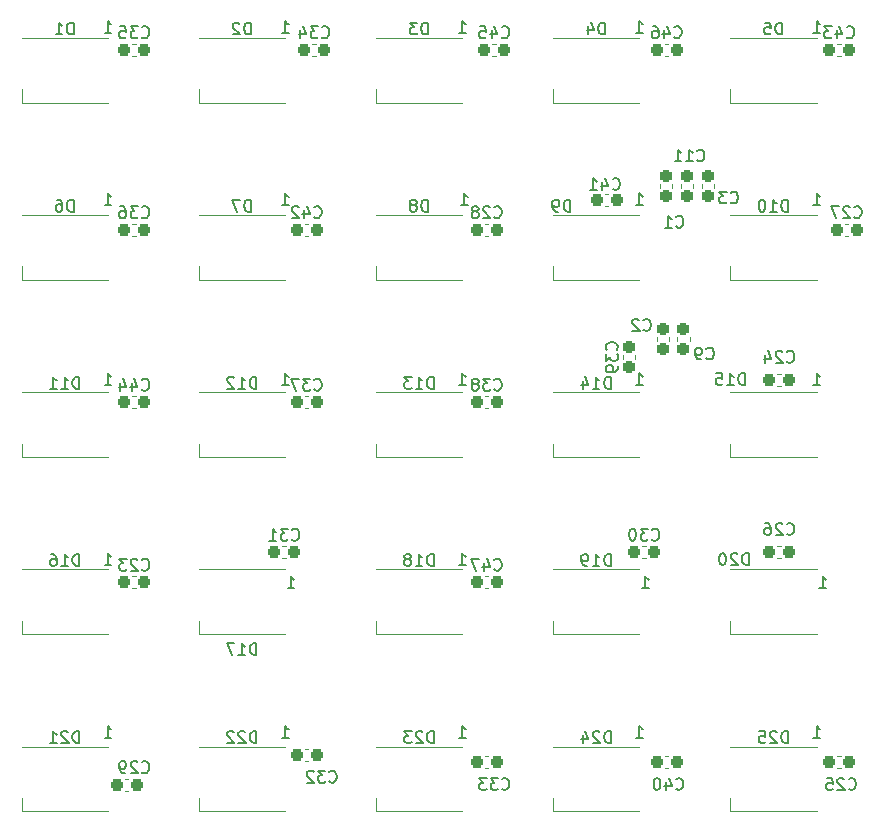
<source format=gbo>
G04 #@! TF.GenerationSoftware,KiCad,Pcbnew,(6.0.5)*
G04 #@! TF.CreationDate,2023-09-12T21:56:23-04:00*
G04 #@! TF.ProjectId,control_board,636f6e74-726f-46c5-9f62-6f6172642e6b,rev?*
G04 #@! TF.SameCoordinates,Original*
G04 #@! TF.FileFunction,Legend,Bot*
G04 #@! TF.FilePolarity,Positive*
%FSLAX46Y46*%
G04 Gerber Fmt 4.6, Leading zero omitted, Abs format (unit mm)*
G04 Created by KiCad (PCBNEW (6.0.5)) date 2023-09-12 21:56:23*
%MOMM*%
%LPD*%
G01*
G04 APERTURE LIST*
G04 Aperture macros list*
%AMRoundRect*
0 Rectangle with rounded corners*
0 $1 Rounding radius*
0 $2 $3 $4 $5 $6 $7 $8 $9 X,Y pos of 4 corners*
0 Add a 4 corners polygon primitive as box body*
4,1,4,$2,$3,$4,$5,$6,$7,$8,$9,$2,$3,0*
0 Add four circle primitives for the rounded corners*
1,1,$1+$1,$2,$3*
1,1,$1+$1,$4,$5*
1,1,$1+$1,$6,$7*
1,1,$1+$1,$8,$9*
0 Add four rect primitives between the rounded corners*
20,1,$1+$1,$2,$3,$4,$5,0*
20,1,$1+$1,$4,$5,$6,$7,0*
20,1,$1+$1,$6,$7,$8,$9,0*
20,1,$1+$1,$8,$9,$2,$3,0*%
G04 Aperture macros list end*
%ADD10C,0.150000*%
%ADD11C,0.120000*%
%ADD12R,1.700000X1.700000*%
%ADD13O,1.700000X1.700000*%
%ADD14C,0.500000*%
%ADD15O,0.900000X1.800000*%
%ADD16C,2.100000*%
%ADD17C,3.450000*%
%ADD18R,2.000000X2.000000*%
%ADD19C,2.000000*%
%ADD20R,1.500000X1.000000*%
%ADD21RoundRect,0.237500X0.300000X0.237500X-0.300000X0.237500X-0.300000X-0.237500X0.300000X-0.237500X0*%
%ADD22RoundRect,0.237500X0.237500X-0.300000X0.237500X0.300000X-0.237500X0.300000X-0.237500X-0.300000X0*%
%ADD23RoundRect,0.237500X-0.237500X0.300000X-0.237500X-0.300000X0.237500X-0.300000X0.237500X0.300000X0*%
%ADD24RoundRect,0.237500X-0.300000X-0.237500X0.300000X-0.237500X0.300000X0.237500X-0.300000X0.237500X0*%
G04 APERTURE END LIST*
D10*
X155914285Y-115852380D02*
X155914285Y-114852380D01*
X155676190Y-114852380D01*
X155533333Y-114900000D01*
X155438095Y-114995238D01*
X155390476Y-115090476D01*
X155342857Y-115280952D01*
X155342857Y-115423809D01*
X155390476Y-115614285D01*
X155438095Y-115709523D01*
X155533333Y-115804761D01*
X155676190Y-115852380D01*
X155914285Y-115852380D01*
X154961904Y-114947619D02*
X154914285Y-114900000D01*
X154819047Y-114852380D01*
X154580952Y-114852380D01*
X154485714Y-114900000D01*
X154438095Y-114947619D01*
X154390476Y-115042857D01*
X154390476Y-115138095D01*
X154438095Y-115280952D01*
X155009523Y-115852380D01*
X154390476Y-115852380D01*
X153533333Y-115185714D02*
X153533333Y-115852380D01*
X153771428Y-114804761D02*
X154009523Y-115519047D01*
X153390476Y-115519047D01*
X158064285Y-115387380D02*
X158635714Y-115387380D01*
X158350000Y-115387380D02*
X158350000Y-114387380D01*
X158445238Y-114530238D01*
X158540476Y-114625476D01*
X158635714Y-114673095D01*
X170914285Y-115852380D02*
X170914285Y-114852380D01*
X170676190Y-114852380D01*
X170533333Y-114900000D01*
X170438095Y-114995238D01*
X170390476Y-115090476D01*
X170342857Y-115280952D01*
X170342857Y-115423809D01*
X170390476Y-115614285D01*
X170438095Y-115709523D01*
X170533333Y-115804761D01*
X170676190Y-115852380D01*
X170914285Y-115852380D01*
X169961904Y-114947619D02*
X169914285Y-114900000D01*
X169819047Y-114852380D01*
X169580952Y-114852380D01*
X169485714Y-114900000D01*
X169438095Y-114947619D01*
X169390476Y-115042857D01*
X169390476Y-115138095D01*
X169438095Y-115280952D01*
X170009523Y-115852380D01*
X169390476Y-115852380D01*
X168485714Y-114852380D02*
X168961904Y-114852380D01*
X169009523Y-115328571D01*
X168961904Y-115280952D01*
X168866666Y-115233333D01*
X168628571Y-115233333D01*
X168533333Y-115280952D01*
X168485714Y-115328571D01*
X168438095Y-115423809D01*
X168438095Y-115661904D01*
X168485714Y-115757142D01*
X168533333Y-115804761D01*
X168628571Y-115852380D01*
X168866666Y-115852380D01*
X168961904Y-115804761D01*
X169009523Y-115757142D01*
X173064285Y-115387380D02*
X173635714Y-115387380D01*
X173350000Y-115387380D02*
X173350000Y-114387380D01*
X173445238Y-114530238D01*
X173540476Y-114625476D01*
X173635714Y-114673095D01*
X176049124Y-119737142D02*
X176096743Y-119784761D01*
X176239600Y-119832380D01*
X176334838Y-119832380D01*
X176477695Y-119784761D01*
X176572933Y-119689523D01*
X176620552Y-119594285D01*
X176668171Y-119403809D01*
X176668171Y-119260952D01*
X176620552Y-119070476D01*
X176572933Y-118975238D01*
X176477695Y-118880000D01*
X176334838Y-118832380D01*
X176239600Y-118832380D01*
X176096743Y-118880000D01*
X176049124Y-118927619D01*
X175668171Y-118927619D02*
X175620552Y-118880000D01*
X175525314Y-118832380D01*
X175287219Y-118832380D01*
X175191981Y-118880000D01*
X175144362Y-118927619D01*
X175096743Y-119022857D01*
X175096743Y-119118095D01*
X175144362Y-119260952D01*
X175715790Y-119832380D01*
X175096743Y-119832380D01*
X174191981Y-118832380D02*
X174668171Y-118832380D01*
X174715790Y-119308571D01*
X174668171Y-119260952D01*
X174572933Y-119213333D01*
X174334838Y-119213333D01*
X174239600Y-119260952D01*
X174191981Y-119308571D01*
X174144362Y-119403809D01*
X174144362Y-119641904D01*
X174191981Y-119737142D01*
X174239600Y-119784761D01*
X174334838Y-119832380D01*
X174572933Y-119832380D01*
X174668171Y-119784761D01*
X174715790Y-119737142D01*
X161456666Y-72112142D02*
X161504285Y-72159761D01*
X161647142Y-72207380D01*
X161742380Y-72207380D01*
X161885238Y-72159761D01*
X161980476Y-72064523D01*
X162028095Y-71969285D01*
X162075714Y-71778809D01*
X162075714Y-71635952D01*
X162028095Y-71445476D01*
X161980476Y-71350238D01*
X161885238Y-71255000D01*
X161742380Y-71207380D01*
X161647142Y-71207380D01*
X161504285Y-71255000D01*
X161456666Y-71302619D01*
X160504285Y-72207380D02*
X161075714Y-72207380D01*
X160790000Y-72207380D02*
X160790000Y-71207380D01*
X160885238Y-71350238D01*
X160980476Y-71445476D01*
X161075714Y-71493095D01*
X140438095Y-55852380D02*
X140438095Y-54852380D01*
X140200000Y-54852380D01*
X140057142Y-54900000D01*
X139961904Y-54995238D01*
X139914285Y-55090476D01*
X139866666Y-55280952D01*
X139866666Y-55423809D01*
X139914285Y-55614285D01*
X139961904Y-55709523D01*
X140057142Y-55804761D01*
X140200000Y-55852380D01*
X140438095Y-55852380D01*
X139533333Y-54852380D02*
X138914285Y-54852380D01*
X139247619Y-55233333D01*
X139104761Y-55233333D01*
X139009523Y-55280952D01*
X138961904Y-55328571D01*
X138914285Y-55423809D01*
X138914285Y-55661904D01*
X138961904Y-55757142D01*
X139009523Y-55804761D01*
X139104761Y-55852380D01*
X139390476Y-55852380D01*
X139485714Y-55804761D01*
X139533333Y-55757142D01*
X143064285Y-55697380D02*
X143635714Y-55697380D01*
X143350000Y-55697380D02*
X143350000Y-54697380D01*
X143445238Y-54840238D01*
X143540476Y-54935476D01*
X143635714Y-54983095D01*
X110438095Y-55852380D02*
X110438095Y-54852380D01*
X110200000Y-54852380D01*
X110057142Y-54900000D01*
X109961904Y-54995238D01*
X109914285Y-55090476D01*
X109866666Y-55280952D01*
X109866666Y-55423809D01*
X109914285Y-55614285D01*
X109961904Y-55709523D01*
X110057142Y-55804761D01*
X110200000Y-55852380D01*
X110438095Y-55852380D01*
X108914285Y-55852380D02*
X109485714Y-55852380D01*
X109200000Y-55852380D02*
X109200000Y-54852380D01*
X109295238Y-54995238D01*
X109390476Y-55090476D01*
X109485714Y-55138095D01*
X113064285Y-55697380D02*
X113635714Y-55697380D01*
X113350000Y-55697380D02*
X113350000Y-54697380D01*
X113445238Y-54840238D01*
X113540476Y-54935476D01*
X113635714Y-54983095D01*
X146057857Y-101162142D02*
X146105476Y-101209761D01*
X146248333Y-101257380D01*
X146343571Y-101257380D01*
X146486428Y-101209761D01*
X146581666Y-101114523D01*
X146629285Y-101019285D01*
X146676904Y-100828809D01*
X146676904Y-100685952D01*
X146629285Y-100495476D01*
X146581666Y-100400238D01*
X146486428Y-100305000D01*
X146343571Y-100257380D01*
X146248333Y-100257380D01*
X146105476Y-100305000D01*
X146057857Y-100352619D01*
X145200714Y-100590714D02*
X145200714Y-101257380D01*
X145438809Y-100209761D02*
X145676904Y-100924047D01*
X145057857Y-100924047D01*
X144772142Y-100257380D02*
X144105476Y-100257380D01*
X144534047Y-101257380D01*
X166060666Y-70074642D02*
X166108285Y-70122261D01*
X166251142Y-70169880D01*
X166346380Y-70169880D01*
X166489238Y-70122261D01*
X166584476Y-70027023D01*
X166632095Y-69931785D01*
X166679714Y-69741309D01*
X166679714Y-69598452D01*
X166632095Y-69407976D01*
X166584476Y-69312738D01*
X166489238Y-69217500D01*
X166346380Y-69169880D01*
X166251142Y-69169880D01*
X166108285Y-69217500D01*
X166060666Y-69265119D01*
X165727333Y-69169880D02*
X165108285Y-69169880D01*
X165441619Y-69550833D01*
X165298761Y-69550833D01*
X165203523Y-69598452D01*
X165155904Y-69646071D01*
X165108285Y-69741309D01*
X165108285Y-69979404D01*
X165155904Y-70074642D01*
X165203523Y-70122261D01*
X165298761Y-70169880D01*
X165584476Y-70169880D01*
X165679714Y-70122261D01*
X165727333Y-70074642D01*
X155914285Y-85852380D02*
X155914285Y-84852380D01*
X155676190Y-84852380D01*
X155533333Y-84900000D01*
X155438095Y-84995238D01*
X155390476Y-85090476D01*
X155342857Y-85280952D01*
X155342857Y-85423809D01*
X155390476Y-85614285D01*
X155438095Y-85709523D01*
X155533333Y-85804761D01*
X155676190Y-85852380D01*
X155914285Y-85852380D01*
X154390476Y-85852380D02*
X154961904Y-85852380D01*
X154676190Y-85852380D02*
X154676190Y-84852380D01*
X154771428Y-84995238D01*
X154866666Y-85090476D01*
X154961904Y-85138095D01*
X153533333Y-85185714D02*
X153533333Y-85852380D01*
X153771428Y-84804761D02*
X154009523Y-85519047D01*
X153390476Y-85519047D01*
X158064285Y-85542380D02*
X158635714Y-85542380D01*
X158350000Y-85542380D02*
X158350000Y-84542380D01*
X158445238Y-84685238D01*
X158540476Y-84780476D01*
X158635714Y-84828095D01*
X140914285Y-85852380D02*
X140914285Y-84852380D01*
X140676190Y-84852380D01*
X140533333Y-84900000D01*
X140438095Y-84995238D01*
X140390476Y-85090476D01*
X140342857Y-85280952D01*
X140342857Y-85423809D01*
X140390476Y-85614285D01*
X140438095Y-85709523D01*
X140533333Y-85804761D01*
X140676190Y-85852380D01*
X140914285Y-85852380D01*
X139390476Y-85852380D02*
X139961904Y-85852380D01*
X139676190Y-85852380D02*
X139676190Y-84852380D01*
X139771428Y-84995238D01*
X139866666Y-85090476D01*
X139961904Y-85138095D01*
X139057142Y-84852380D02*
X138438095Y-84852380D01*
X138771428Y-85233333D01*
X138628571Y-85233333D01*
X138533333Y-85280952D01*
X138485714Y-85328571D01*
X138438095Y-85423809D01*
X138438095Y-85661904D01*
X138485714Y-85757142D01*
X138533333Y-85804761D01*
X138628571Y-85852380D01*
X138914285Y-85852380D01*
X139009523Y-85804761D01*
X139057142Y-85757142D01*
X143064285Y-85542380D02*
X143635714Y-85542380D01*
X143350000Y-85542380D02*
X143350000Y-84542380D01*
X143445238Y-84685238D01*
X143540476Y-84780476D01*
X143635714Y-84828095D01*
X164020666Y-83284642D02*
X164068285Y-83332261D01*
X164211142Y-83379880D01*
X164306380Y-83379880D01*
X164449238Y-83332261D01*
X164544476Y-83237023D01*
X164592095Y-83141785D01*
X164639714Y-82951309D01*
X164639714Y-82808452D01*
X164592095Y-82617976D01*
X164544476Y-82522738D01*
X164449238Y-82427500D01*
X164306380Y-82379880D01*
X164211142Y-82379880D01*
X164068285Y-82427500D01*
X164020666Y-82475119D01*
X163544476Y-83379880D02*
X163354000Y-83379880D01*
X163258761Y-83332261D01*
X163211142Y-83284642D01*
X163115904Y-83141785D01*
X163068285Y-82951309D01*
X163068285Y-82570357D01*
X163115904Y-82475119D01*
X163163523Y-82427500D01*
X163258761Y-82379880D01*
X163449238Y-82379880D01*
X163544476Y-82427500D01*
X163592095Y-82475119D01*
X163639714Y-82570357D01*
X163639714Y-82808452D01*
X163592095Y-82903690D01*
X163544476Y-82951309D01*
X163449238Y-82998928D01*
X163258761Y-82998928D01*
X163163523Y-82951309D01*
X163115904Y-82903690D01*
X163068285Y-82808452D01*
X125438095Y-70852380D02*
X125438095Y-69852380D01*
X125200000Y-69852380D01*
X125057142Y-69900000D01*
X124961904Y-69995238D01*
X124914285Y-70090476D01*
X124866666Y-70280952D01*
X124866666Y-70423809D01*
X124914285Y-70614285D01*
X124961904Y-70709523D01*
X125057142Y-70804761D01*
X125200000Y-70852380D01*
X125438095Y-70852380D01*
X124533333Y-69852380D02*
X123866666Y-69852380D01*
X124295238Y-70852380D01*
X128064285Y-70302380D02*
X128635714Y-70302380D01*
X128350000Y-70302380D02*
X128350000Y-69302380D01*
X128445238Y-69445238D01*
X128540476Y-69540476D01*
X128635714Y-69588095D01*
X161297857Y-56077142D02*
X161345476Y-56124761D01*
X161488333Y-56172380D01*
X161583571Y-56172380D01*
X161726428Y-56124761D01*
X161821666Y-56029523D01*
X161869285Y-55934285D01*
X161916904Y-55743809D01*
X161916904Y-55600952D01*
X161869285Y-55410476D01*
X161821666Y-55315238D01*
X161726428Y-55220000D01*
X161583571Y-55172380D01*
X161488333Y-55172380D01*
X161345476Y-55220000D01*
X161297857Y-55267619D01*
X160440714Y-55505714D02*
X160440714Y-56172380D01*
X160678809Y-55124761D02*
X160916904Y-55839047D01*
X160297857Y-55839047D01*
X159488333Y-55172380D02*
X159678809Y-55172380D01*
X159774047Y-55220000D01*
X159821666Y-55267619D01*
X159916904Y-55410476D01*
X159964523Y-55600952D01*
X159964523Y-55981904D01*
X159916904Y-56077142D01*
X159869285Y-56124761D01*
X159774047Y-56172380D01*
X159583571Y-56172380D01*
X159488333Y-56124761D01*
X159440714Y-56077142D01*
X159393095Y-55981904D01*
X159393095Y-55743809D01*
X159440714Y-55648571D01*
X159488333Y-55600952D01*
X159583571Y-55553333D01*
X159774047Y-55553333D01*
X159869285Y-55600952D01*
X159916904Y-55648571D01*
X159964523Y-55743809D01*
X175902857Y-56077142D02*
X175950476Y-56124761D01*
X176093333Y-56172380D01*
X176188571Y-56172380D01*
X176331428Y-56124761D01*
X176426666Y-56029523D01*
X176474285Y-55934285D01*
X176521904Y-55743809D01*
X176521904Y-55600952D01*
X176474285Y-55410476D01*
X176426666Y-55315238D01*
X176331428Y-55220000D01*
X176188571Y-55172380D01*
X176093333Y-55172380D01*
X175950476Y-55220000D01*
X175902857Y-55267619D01*
X175045714Y-55505714D02*
X175045714Y-56172380D01*
X175283809Y-55124761D02*
X175521904Y-55839047D01*
X174902857Y-55839047D01*
X174617142Y-55172380D02*
X173998095Y-55172380D01*
X174331428Y-55553333D01*
X174188571Y-55553333D01*
X174093333Y-55600952D01*
X174045714Y-55648571D01*
X173998095Y-55743809D01*
X173998095Y-55981904D01*
X174045714Y-56077142D01*
X174093333Y-56124761D01*
X174188571Y-56172380D01*
X174474285Y-56172380D01*
X174569523Y-56124761D01*
X174617142Y-56077142D01*
X176537857Y-71317142D02*
X176585476Y-71364761D01*
X176728333Y-71412380D01*
X176823571Y-71412380D01*
X176966428Y-71364761D01*
X177061666Y-71269523D01*
X177109285Y-71174285D01*
X177156904Y-70983809D01*
X177156904Y-70840952D01*
X177109285Y-70650476D01*
X177061666Y-70555238D01*
X176966428Y-70460000D01*
X176823571Y-70412380D01*
X176728333Y-70412380D01*
X176585476Y-70460000D01*
X176537857Y-70507619D01*
X176156904Y-70507619D02*
X176109285Y-70460000D01*
X176014047Y-70412380D01*
X175775952Y-70412380D01*
X175680714Y-70460000D01*
X175633095Y-70507619D01*
X175585476Y-70602857D01*
X175585476Y-70698095D01*
X175633095Y-70840952D01*
X176204523Y-71412380D01*
X175585476Y-71412380D01*
X175252142Y-70412380D02*
X174585476Y-70412380D01*
X175014047Y-71412380D01*
X152503095Y-70852380D02*
X152503095Y-69852380D01*
X152265000Y-69852380D01*
X152122142Y-69900000D01*
X152026904Y-69995238D01*
X151979285Y-70090476D01*
X151931666Y-70280952D01*
X151931666Y-70423809D01*
X151979285Y-70614285D01*
X152026904Y-70709523D01*
X152122142Y-70804761D01*
X152265000Y-70852380D01*
X152503095Y-70852380D01*
X151455476Y-70852380D02*
X151265000Y-70852380D01*
X151169761Y-70804761D01*
X151122142Y-70757142D01*
X151026904Y-70614285D01*
X150979285Y-70423809D01*
X150979285Y-70042857D01*
X151026904Y-69947619D01*
X151074523Y-69900000D01*
X151169761Y-69852380D01*
X151360238Y-69852380D01*
X151455476Y-69900000D01*
X151503095Y-69947619D01*
X151550714Y-70042857D01*
X151550714Y-70280952D01*
X151503095Y-70376190D01*
X151455476Y-70423809D01*
X151360238Y-70471428D01*
X151169761Y-70471428D01*
X151074523Y-70423809D01*
X151026904Y-70376190D01*
X150979285Y-70280952D01*
X158064285Y-70302380D02*
X158635714Y-70302380D01*
X158350000Y-70302380D02*
X158350000Y-69302380D01*
X158445238Y-69445238D01*
X158540476Y-69540476D01*
X158635714Y-69588095D01*
X130817857Y-85922142D02*
X130865476Y-85969761D01*
X131008333Y-86017380D01*
X131103571Y-86017380D01*
X131246428Y-85969761D01*
X131341666Y-85874523D01*
X131389285Y-85779285D01*
X131436904Y-85588809D01*
X131436904Y-85445952D01*
X131389285Y-85255476D01*
X131341666Y-85160238D01*
X131246428Y-85065000D01*
X131103571Y-85017380D01*
X131008333Y-85017380D01*
X130865476Y-85065000D01*
X130817857Y-85112619D01*
X130484523Y-85017380D02*
X129865476Y-85017380D01*
X130198809Y-85398333D01*
X130055952Y-85398333D01*
X129960714Y-85445952D01*
X129913095Y-85493571D01*
X129865476Y-85588809D01*
X129865476Y-85826904D01*
X129913095Y-85922142D01*
X129960714Y-85969761D01*
X130055952Y-86017380D01*
X130341666Y-86017380D01*
X130436904Y-85969761D01*
X130484523Y-85922142D01*
X129532142Y-85017380D02*
X128865476Y-85017380D01*
X129294047Y-86017380D01*
X167264285Y-85542380D02*
X167264285Y-84542380D01*
X167026190Y-84542380D01*
X166883333Y-84590000D01*
X166788095Y-84685238D01*
X166740476Y-84780476D01*
X166692857Y-84970952D01*
X166692857Y-85113809D01*
X166740476Y-85304285D01*
X166788095Y-85399523D01*
X166883333Y-85494761D01*
X167026190Y-85542380D01*
X167264285Y-85542380D01*
X165740476Y-85542380D02*
X166311904Y-85542380D01*
X166026190Y-85542380D02*
X166026190Y-84542380D01*
X166121428Y-84685238D01*
X166216666Y-84780476D01*
X166311904Y-84828095D01*
X164835714Y-84542380D02*
X165311904Y-84542380D01*
X165359523Y-85018571D01*
X165311904Y-84970952D01*
X165216666Y-84923333D01*
X164978571Y-84923333D01*
X164883333Y-84970952D01*
X164835714Y-85018571D01*
X164788095Y-85113809D01*
X164788095Y-85351904D01*
X164835714Y-85447142D01*
X164883333Y-85494761D01*
X164978571Y-85542380D01*
X165216666Y-85542380D01*
X165311904Y-85494761D01*
X165359523Y-85447142D01*
X173064285Y-85542380D02*
X173635714Y-85542380D01*
X173350000Y-85542380D02*
X173350000Y-84542380D01*
X173445238Y-84685238D01*
X173540476Y-84780476D01*
X173635714Y-84828095D01*
X110914285Y-100852380D02*
X110914285Y-99852380D01*
X110676190Y-99852380D01*
X110533333Y-99900000D01*
X110438095Y-99995238D01*
X110390476Y-100090476D01*
X110342857Y-100280952D01*
X110342857Y-100423809D01*
X110390476Y-100614285D01*
X110438095Y-100709523D01*
X110533333Y-100804761D01*
X110676190Y-100852380D01*
X110914285Y-100852380D01*
X109390476Y-100852380D02*
X109961904Y-100852380D01*
X109676190Y-100852380D02*
X109676190Y-99852380D01*
X109771428Y-99995238D01*
X109866666Y-100090476D01*
X109961904Y-100138095D01*
X108533333Y-99852380D02*
X108723809Y-99852380D01*
X108819047Y-99900000D01*
X108866666Y-99947619D01*
X108961904Y-100090476D01*
X109009523Y-100280952D01*
X109009523Y-100661904D01*
X108961904Y-100757142D01*
X108914285Y-100804761D01*
X108819047Y-100852380D01*
X108628571Y-100852380D01*
X108533333Y-100804761D01*
X108485714Y-100757142D01*
X108438095Y-100661904D01*
X108438095Y-100423809D01*
X108485714Y-100328571D01*
X108533333Y-100280952D01*
X108628571Y-100233333D01*
X108819047Y-100233333D01*
X108914285Y-100280952D01*
X108961904Y-100328571D01*
X109009523Y-100423809D01*
X113064285Y-100782380D02*
X113635714Y-100782380D01*
X113350000Y-100782380D02*
X113350000Y-99782380D01*
X113445238Y-99925238D01*
X113540476Y-100020476D01*
X113635714Y-100068095D01*
X146692857Y-119737142D02*
X146740476Y-119784761D01*
X146883333Y-119832380D01*
X146978571Y-119832380D01*
X147121428Y-119784761D01*
X147216666Y-119689523D01*
X147264285Y-119594285D01*
X147311904Y-119403809D01*
X147311904Y-119260952D01*
X147264285Y-119070476D01*
X147216666Y-118975238D01*
X147121428Y-118880000D01*
X146978571Y-118832380D01*
X146883333Y-118832380D01*
X146740476Y-118880000D01*
X146692857Y-118927619D01*
X146359523Y-118832380D02*
X145740476Y-118832380D01*
X146073809Y-119213333D01*
X145930952Y-119213333D01*
X145835714Y-119260952D01*
X145788095Y-119308571D01*
X145740476Y-119403809D01*
X145740476Y-119641904D01*
X145788095Y-119737142D01*
X145835714Y-119784761D01*
X145930952Y-119832380D01*
X146216666Y-119832380D01*
X146311904Y-119784761D01*
X146359523Y-119737142D01*
X145407142Y-118832380D02*
X144788095Y-118832380D01*
X145121428Y-119213333D01*
X144978571Y-119213333D01*
X144883333Y-119260952D01*
X144835714Y-119308571D01*
X144788095Y-119403809D01*
X144788095Y-119641904D01*
X144835714Y-119737142D01*
X144883333Y-119784761D01*
X144978571Y-119832380D01*
X145264285Y-119832380D01*
X145359523Y-119784761D01*
X145407142Y-119737142D01*
X140914285Y-115852380D02*
X140914285Y-114852380D01*
X140676190Y-114852380D01*
X140533333Y-114900000D01*
X140438095Y-114995238D01*
X140390476Y-115090476D01*
X140342857Y-115280952D01*
X140342857Y-115423809D01*
X140390476Y-115614285D01*
X140438095Y-115709523D01*
X140533333Y-115804761D01*
X140676190Y-115852380D01*
X140914285Y-115852380D01*
X139961904Y-114947619D02*
X139914285Y-114900000D01*
X139819047Y-114852380D01*
X139580952Y-114852380D01*
X139485714Y-114900000D01*
X139438095Y-114947619D01*
X139390476Y-115042857D01*
X139390476Y-115138095D01*
X139438095Y-115280952D01*
X140009523Y-115852380D01*
X139390476Y-115852380D01*
X139057142Y-114852380D02*
X138438095Y-114852380D01*
X138771428Y-115233333D01*
X138628571Y-115233333D01*
X138533333Y-115280952D01*
X138485714Y-115328571D01*
X138438095Y-115423809D01*
X138438095Y-115661904D01*
X138485714Y-115757142D01*
X138533333Y-115804761D01*
X138628571Y-115852380D01*
X138914285Y-115852380D01*
X139009523Y-115804761D01*
X139057142Y-115757142D01*
X143064285Y-115387380D02*
X143635714Y-115387380D01*
X143350000Y-115387380D02*
X143350000Y-114387380D01*
X143445238Y-114530238D01*
X143540476Y-114625476D01*
X143635714Y-114673095D01*
X170822857Y-98147142D02*
X170870476Y-98194761D01*
X171013333Y-98242380D01*
X171108571Y-98242380D01*
X171251428Y-98194761D01*
X171346666Y-98099523D01*
X171394285Y-98004285D01*
X171441904Y-97813809D01*
X171441904Y-97670952D01*
X171394285Y-97480476D01*
X171346666Y-97385238D01*
X171251428Y-97290000D01*
X171108571Y-97242380D01*
X171013333Y-97242380D01*
X170870476Y-97290000D01*
X170822857Y-97337619D01*
X170441904Y-97337619D02*
X170394285Y-97290000D01*
X170299047Y-97242380D01*
X170060952Y-97242380D01*
X169965714Y-97290000D01*
X169918095Y-97337619D01*
X169870476Y-97432857D01*
X169870476Y-97528095D01*
X169918095Y-97670952D01*
X170489523Y-98242380D01*
X169870476Y-98242380D01*
X169013333Y-97242380D02*
X169203809Y-97242380D01*
X169299047Y-97290000D01*
X169346666Y-97337619D01*
X169441904Y-97480476D01*
X169489523Y-97670952D01*
X169489523Y-98051904D01*
X169441904Y-98147142D01*
X169394285Y-98194761D01*
X169299047Y-98242380D01*
X169108571Y-98242380D01*
X169013333Y-98194761D01*
X168965714Y-98147142D01*
X168918095Y-98051904D01*
X168918095Y-97813809D01*
X168965714Y-97718571D01*
X169013333Y-97670952D01*
X169108571Y-97623333D01*
X169299047Y-97623333D01*
X169394285Y-97670952D01*
X169441904Y-97718571D01*
X169489523Y-97813809D01*
X146692857Y-56077142D02*
X146740476Y-56124761D01*
X146883333Y-56172380D01*
X146978571Y-56172380D01*
X147121428Y-56124761D01*
X147216666Y-56029523D01*
X147264285Y-55934285D01*
X147311904Y-55743809D01*
X147311904Y-55600952D01*
X147264285Y-55410476D01*
X147216666Y-55315238D01*
X147121428Y-55220000D01*
X146978571Y-55172380D01*
X146883333Y-55172380D01*
X146740476Y-55220000D01*
X146692857Y-55267619D01*
X145835714Y-55505714D02*
X145835714Y-56172380D01*
X146073809Y-55124761D02*
X146311904Y-55839047D01*
X145692857Y-55839047D01*
X144835714Y-55172380D02*
X145311904Y-55172380D01*
X145359523Y-55648571D01*
X145311904Y-55600952D01*
X145216666Y-55553333D01*
X144978571Y-55553333D01*
X144883333Y-55600952D01*
X144835714Y-55648571D01*
X144788095Y-55743809D01*
X144788095Y-55981904D01*
X144835714Y-56077142D01*
X144883333Y-56124761D01*
X144978571Y-56172380D01*
X145216666Y-56172380D01*
X145311904Y-56124761D01*
X145359523Y-56077142D01*
X156071590Y-68937142D02*
X156119209Y-68984761D01*
X156262066Y-69032380D01*
X156357304Y-69032380D01*
X156500161Y-68984761D01*
X156595399Y-68889523D01*
X156643018Y-68794285D01*
X156690637Y-68603809D01*
X156690637Y-68460952D01*
X156643018Y-68270476D01*
X156595399Y-68175238D01*
X156500161Y-68080000D01*
X156357304Y-68032380D01*
X156262066Y-68032380D01*
X156119209Y-68080000D01*
X156071590Y-68127619D01*
X155214447Y-68365714D02*
X155214447Y-69032380D01*
X155452542Y-67984761D02*
X155690637Y-68699047D01*
X155071590Y-68699047D01*
X154166828Y-69032380D02*
X154738256Y-69032380D01*
X154452542Y-69032380D02*
X154452542Y-68032380D01*
X154547780Y-68175238D01*
X154643018Y-68270476D01*
X154738256Y-68318095D01*
X161444124Y-119737142D02*
X161491743Y-119784761D01*
X161634600Y-119832380D01*
X161729838Y-119832380D01*
X161872695Y-119784761D01*
X161967933Y-119689523D01*
X162015552Y-119594285D01*
X162063171Y-119403809D01*
X162063171Y-119260952D01*
X162015552Y-119070476D01*
X161967933Y-118975238D01*
X161872695Y-118880000D01*
X161729838Y-118832380D01*
X161634600Y-118832380D01*
X161491743Y-118880000D01*
X161444124Y-118927619D01*
X160586981Y-119165714D02*
X160586981Y-119832380D01*
X160825076Y-118784761D02*
X161063171Y-119499047D01*
X160444124Y-119499047D01*
X159872695Y-118832380D02*
X159777457Y-118832380D01*
X159682219Y-118880000D01*
X159634600Y-118927619D01*
X159586981Y-119022857D01*
X159539362Y-119213333D01*
X159539362Y-119451428D01*
X159586981Y-119641904D01*
X159634600Y-119737142D01*
X159682219Y-119784761D01*
X159777457Y-119832380D01*
X159872695Y-119832380D01*
X159967933Y-119784761D01*
X160015552Y-119737142D01*
X160063171Y-119641904D01*
X160110790Y-119451428D01*
X160110790Y-119213333D01*
X160063171Y-119022857D01*
X160015552Y-118927619D01*
X159967933Y-118880000D01*
X159872695Y-118832380D01*
X155438095Y-55852380D02*
X155438095Y-54852380D01*
X155200000Y-54852380D01*
X155057142Y-54900000D01*
X154961904Y-54995238D01*
X154914285Y-55090476D01*
X154866666Y-55280952D01*
X154866666Y-55423809D01*
X154914285Y-55614285D01*
X154961904Y-55709523D01*
X155057142Y-55804761D01*
X155200000Y-55852380D01*
X155438095Y-55852380D01*
X154009523Y-55185714D02*
X154009523Y-55852380D01*
X154247619Y-54804761D02*
X154485714Y-55519047D01*
X153866666Y-55519047D01*
X158064285Y-55697380D02*
X158635714Y-55697380D01*
X158350000Y-55697380D02*
X158350000Y-54697380D01*
X158445238Y-54840238D01*
X158540476Y-54935476D01*
X158635714Y-54983095D01*
X170438095Y-55852380D02*
X170438095Y-54852380D01*
X170200000Y-54852380D01*
X170057142Y-54900000D01*
X169961904Y-54995238D01*
X169914285Y-55090476D01*
X169866666Y-55280952D01*
X169866666Y-55423809D01*
X169914285Y-55614285D01*
X169961904Y-55709523D01*
X170057142Y-55804761D01*
X170200000Y-55852380D01*
X170438095Y-55852380D01*
X168961904Y-54852380D02*
X169438095Y-54852380D01*
X169485714Y-55328571D01*
X169438095Y-55280952D01*
X169342857Y-55233333D01*
X169104761Y-55233333D01*
X169009523Y-55280952D01*
X168961904Y-55328571D01*
X168914285Y-55423809D01*
X168914285Y-55661904D01*
X168961904Y-55757142D01*
X169009523Y-55804761D01*
X169104761Y-55852380D01*
X169342857Y-55852380D01*
X169438095Y-55804761D01*
X169485714Y-55757142D01*
X173064285Y-55697380D02*
X173635714Y-55697380D01*
X173350000Y-55697380D02*
X173350000Y-54697380D01*
X173445238Y-54840238D01*
X173540476Y-54935476D01*
X173635714Y-54983095D01*
X159392857Y-98622142D02*
X159440476Y-98669761D01*
X159583333Y-98717380D01*
X159678571Y-98717380D01*
X159821428Y-98669761D01*
X159916666Y-98574523D01*
X159964285Y-98479285D01*
X160011904Y-98288809D01*
X160011904Y-98145952D01*
X159964285Y-97955476D01*
X159916666Y-97860238D01*
X159821428Y-97765000D01*
X159678571Y-97717380D01*
X159583333Y-97717380D01*
X159440476Y-97765000D01*
X159392857Y-97812619D01*
X159059523Y-97717380D02*
X158440476Y-97717380D01*
X158773809Y-98098333D01*
X158630952Y-98098333D01*
X158535714Y-98145952D01*
X158488095Y-98193571D01*
X158440476Y-98288809D01*
X158440476Y-98526904D01*
X158488095Y-98622142D01*
X158535714Y-98669761D01*
X158630952Y-98717380D01*
X158916666Y-98717380D01*
X159011904Y-98669761D01*
X159059523Y-98622142D01*
X157821428Y-97717380D02*
X157726190Y-97717380D01*
X157630952Y-97765000D01*
X157583333Y-97812619D01*
X157535714Y-97907857D01*
X157488095Y-98098333D01*
X157488095Y-98336428D01*
X157535714Y-98526904D01*
X157583333Y-98622142D01*
X157630952Y-98669761D01*
X157726190Y-98717380D01*
X157821428Y-98717380D01*
X157916666Y-98669761D01*
X157964285Y-98622142D01*
X158011904Y-98526904D01*
X158059523Y-98336428D01*
X158059523Y-98098333D01*
X158011904Y-97907857D01*
X157964285Y-97812619D01*
X157916666Y-97765000D01*
X157821428Y-97717380D01*
X140914285Y-100852380D02*
X140914285Y-99852380D01*
X140676190Y-99852380D01*
X140533333Y-99900000D01*
X140438095Y-99995238D01*
X140390476Y-100090476D01*
X140342857Y-100280952D01*
X140342857Y-100423809D01*
X140390476Y-100614285D01*
X140438095Y-100709523D01*
X140533333Y-100804761D01*
X140676190Y-100852380D01*
X140914285Y-100852380D01*
X139390476Y-100852380D02*
X139961904Y-100852380D01*
X139676190Y-100852380D02*
X139676190Y-99852380D01*
X139771428Y-99995238D01*
X139866666Y-100090476D01*
X139961904Y-100138095D01*
X138819047Y-100280952D02*
X138914285Y-100233333D01*
X138961904Y-100185714D01*
X139009523Y-100090476D01*
X139009523Y-100042857D01*
X138961904Y-99947619D01*
X138914285Y-99900000D01*
X138819047Y-99852380D01*
X138628571Y-99852380D01*
X138533333Y-99900000D01*
X138485714Y-99947619D01*
X138438095Y-100042857D01*
X138438095Y-100090476D01*
X138485714Y-100185714D01*
X138533333Y-100233333D01*
X138628571Y-100280952D01*
X138819047Y-100280952D01*
X138914285Y-100328571D01*
X138961904Y-100376190D01*
X139009523Y-100471428D01*
X139009523Y-100661904D01*
X138961904Y-100757142D01*
X138914285Y-100804761D01*
X138819047Y-100852380D01*
X138628571Y-100852380D01*
X138533333Y-100804761D01*
X138485714Y-100757142D01*
X138438095Y-100661904D01*
X138438095Y-100471428D01*
X138485714Y-100376190D01*
X138533333Y-100328571D01*
X138628571Y-100280952D01*
X143064285Y-100782380D02*
X143635714Y-100782380D01*
X143350000Y-100782380D02*
X143350000Y-99782380D01*
X143445238Y-99925238D01*
X143540476Y-100020476D01*
X143635714Y-100068095D01*
X116212857Y-85922142D02*
X116260476Y-85969761D01*
X116403333Y-86017380D01*
X116498571Y-86017380D01*
X116641428Y-85969761D01*
X116736666Y-85874523D01*
X116784285Y-85779285D01*
X116831904Y-85588809D01*
X116831904Y-85445952D01*
X116784285Y-85255476D01*
X116736666Y-85160238D01*
X116641428Y-85065000D01*
X116498571Y-85017380D01*
X116403333Y-85017380D01*
X116260476Y-85065000D01*
X116212857Y-85112619D01*
X115355714Y-85350714D02*
X115355714Y-86017380D01*
X115593809Y-84969761D02*
X115831904Y-85684047D01*
X115212857Y-85684047D01*
X114403333Y-85350714D02*
X114403333Y-86017380D01*
X114641428Y-84969761D02*
X114879523Y-85684047D01*
X114260476Y-85684047D01*
X132087857Y-119102142D02*
X132135476Y-119149761D01*
X132278333Y-119197380D01*
X132373571Y-119197380D01*
X132516428Y-119149761D01*
X132611666Y-119054523D01*
X132659285Y-118959285D01*
X132706904Y-118768809D01*
X132706904Y-118625952D01*
X132659285Y-118435476D01*
X132611666Y-118340238D01*
X132516428Y-118245000D01*
X132373571Y-118197380D01*
X132278333Y-118197380D01*
X132135476Y-118245000D01*
X132087857Y-118292619D01*
X131754523Y-118197380D02*
X131135476Y-118197380D01*
X131468809Y-118578333D01*
X131325952Y-118578333D01*
X131230714Y-118625952D01*
X131183095Y-118673571D01*
X131135476Y-118768809D01*
X131135476Y-119006904D01*
X131183095Y-119102142D01*
X131230714Y-119149761D01*
X131325952Y-119197380D01*
X131611666Y-119197380D01*
X131706904Y-119149761D01*
X131754523Y-119102142D01*
X130754523Y-118292619D02*
X130706904Y-118245000D01*
X130611666Y-118197380D01*
X130373571Y-118197380D01*
X130278333Y-118245000D01*
X130230714Y-118292619D01*
X130183095Y-118387857D01*
X130183095Y-118483095D01*
X130230714Y-118625952D01*
X130802142Y-119197380D01*
X130183095Y-119197380D01*
X116212857Y-56077142D02*
X116260476Y-56124761D01*
X116403333Y-56172380D01*
X116498571Y-56172380D01*
X116641428Y-56124761D01*
X116736666Y-56029523D01*
X116784285Y-55934285D01*
X116831904Y-55743809D01*
X116831904Y-55600952D01*
X116784285Y-55410476D01*
X116736666Y-55315238D01*
X116641428Y-55220000D01*
X116498571Y-55172380D01*
X116403333Y-55172380D01*
X116260476Y-55220000D01*
X116212857Y-55267619D01*
X115879523Y-55172380D02*
X115260476Y-55172380D01*
X115593809Y-55553333D01*
X115450952Y-55553333D01*
X115355714Y-55600952D01*
X115308095Y-55648571D01*
X115260476Y-55743809D01*
X115260476Y-55981904D01*
X115308095Y-56077142D01*
X115355714Y-56124761D01*
X115450952Y-56172380D01*
X115736666Y-56172380D01*
X115831904Y-56124761D01*
X115879523Y-56077142D01*
X114355714Y-55172380D02*
X114831904Y-55172380D01*
X114879523Y-55648571D01*
X114831904Y-55600952D01*
X114736666Y-55553333D01*
X114498571Y-55553333D01*
X114403333Y-55600952D01*
X114355714Y-55648571D01*
X114308095Y-55743809D01*
X114308095Y-55981904D01*
X114355714Y-56077142D01*
X114403333Y-56124761D01*
X114498571Y-56172380D01*
X114736666Y-56172380D01*
X114831904Y-56124761D01*
X114879523Y-56077142D01*
X131452857Y-56077142D02*
X131500476Y-56124761D01*
X131643333Y-56172380D01*
X131738571Y-56172380D01*
X131881428Y-56124761D01*
X131976666Y-56029523D01*
X132024285Y-55934285D01*
X132071904Y-55743809D01*
X132071904Y-55600952D01*
X132024285Y-55410476D01*
X131976666Y-55315238D01*
X131881428Y-55220000D01*
X131738571Y-55172380D01*
X131643333Y-55172380D01*
X131500476Y-55220000D01*
X131452857Y-55267619D01*
X131119523Y-55172380D02*
X130500476Y-55172380D01*
X130833809Y-55553333D01*
X130690952Y-55553333D01*
X130595714Y-55600952D01*
X130548095Y-55648571D01*
X130500476Y-55743809D01*
X130500476Y-55981904D01*
X130548095Y-56077142D01*
X130595714Y-56124761D01*
X130690952Y-56172380D01*
X130976666Y-56172380D01*
X131071904Y-56124761D01*
X131119523Y-56077142D01*
X129643333Y-55505714D02*
X129643333Y-56172380D01*
X129881428Y-55124761D02*
X130119523Y-55839047D01*
X129500476Y-55839047D01*
X170914285Y-70852380D02*
X170914285Y-69852380D01*
X170676190Y-69852380D01*
X170533333Y-69900000D01*
X170438095Y-69995238D01*
X170390476Y-70090476D01*
X170342857Y-70280952D01*
X170342857Y-70423809D01*
X170390476Y-70614285D01*
X170438095Y-70709523D01*
X170533333Y-70804761D01*
X170676190Y-70852380D01*
X170914285Y-70852380D01*
X169390476Y-70852380D02*
X169961904Y-70852380D01*
X169676190Y-70852380D02*
X169676190Y-69852380D01*
X169771428Y-69995238D01*
X169866666Y-70090476D01*
X169961904Y-70138095D01*
X168771428Y-69852380D02*
X168676190Y-69852380D01*
X168580952Y-69900000D01*
X168533333Y-69947619D01*
X168485714Y-70042857D01*
X168438095Y-70233333D01*
X168438095Y-70471428D01*
X168485714Y-70661904D01*
X168533333Y-70757142D01*
X168580952Y-70804761D01*
X168676190Y-70852380D01*
X168771428Y-70852380D01*
X168866666Y-70804761D01*
X168914285Y-70757142D01*
X168961904Y-70661904D01*
X169009523Y-70471428D01*
X169009523Y-70233333D01*
X168961904Y-70042857D01*
X168914285Y-69947619D01*
X168866666Y-69900000D01*
X168771428Y-69852380D01*
X173064285Y-70302380D02*
X173635714Y-70302380D01*
X173350000Y-70302380D02*
X173350000Y-69302380D01*
X173445238Y-69445238D01*
X173540476Y-69540476D01*
X173635714Y-69588095D01*
X167584285Y-100782380D02*
X167584285Y-99782380D01*
X167346190Y-99782380D01*
X167203333Y-99830000D01*
X167108095Y-99925238D01*
X167060476Y-100020476D01*
X167012857Y-100210952D01*
X167012857Y-100353809D01*
X167060476Y-100544285D01*
X167108095Y-100639523D01*
X167203333Y-100734761D01*
X167346190Y-100782380D01*
X167584285Y-100782380D01*
X166631904Y-99877619D02*
X166584285Y-99830000D01*
X166489047Y-99782380D01*
X166250952Y-99782380D01*
X166155714Y-99830000D01*
X166108095Y-99877619D01*
X166060476Y-99972857D01*
X166060476Y-100068095D01*
X166108095Y-100210952D01*
X166679523Y-100782380D01*
X166060476Y-100782380D01*
X165441428Y-99782380D02*
X165346190Y-99782380D01*
X165250952Y-99830000D01*
X165203333Y-99877619D01*
X165155714Y-99972857D01*
X165108095Y-100163333D01*
X165108095Y-100401428D01*
X165155714Y-100591904D01*
X165203333Y-100687142D01*
X165250952Y-100734761D01*
X165346190Y-100782380D01*
X165441428Y-100782380D01*
X165536666Y-100734761D01*
X165584285Y-100687142D01*
X165631904Y-100591904D01*
X165679523Y-100401428D01*
X165679523Y-100163333D01*
X165631904Y-99972857D01*
X165584285Y-99877619D01*
X165536666Y-99830000D01*
X165441428Y-99782380D01*
X173564285Y-102752380D02*
X174135714Y-102752380D01*
X173850000Y-102752380D02*
X173850000Y-101752380D01*
X173945238Y-101895238D01*
X174040476Y-101990476D01*
X174135714Y-102038095D01*
X140438095Y-70852380D02*
X140438095Y-69852380D01*
X140200000Y-69852380D01*
X140057142Y-69900000D01*
X139961904Y-69995238D01*
X139914285Y-70090476D01*
X139866666Y-70280952D01*
X139866666Y-70423809D01*
X139914285Y-70614285D01*
X139961904Y-70709523D01*
X140057142Y-70804761D01*
X140200000Y-70852380D01*
X140438095Y-70852380D01*
X139295238Y-70280952D02*
X139390476Y-70233333D01*
X139438095Y-70185714D01*
X139485714Y-70090476D01*
X139485714Y-70042857D01*
X139438095Y-69947619D01*
X139390476Y-69900000D01*
X139295238Y-69852380D01*
X139104761Y-69852380D01*
X139009523Y-69900000D01*
X138961904Y-69947619D01*
X138914285Y-70042857D01*
X138914285Y-70090476D01*
X138961904Y-70185714D01*
X139009523Y-70233333D01*
X139104761Y-70280952D01*
X139295238Y-70280952D01*
X139390476Y-70328571D01*
X139438095Y-70376190D01*
X139485714Y-70471428D01*
X139485714Y-70661904D01*
X139438095Y-70757142D01*
X139390476Y-70804761D01*
X139295238Y-70852380D01*
X139104761Y-70852380D01*
X139009523Y-70804761D01*
X138961904Y-70757142D01*
X138914285Y-70661904D01*
X138914285Y-70471428D01*
X138961904Y-70376190D01*
X139009523Y-70328571D01*
X139104761Y-70280952D01*
X143224285Y-70302380D02*
X143795714Y-70302380D01*
X143510000Y-70302380D02*
X143510000Y-69302380D01*
X143605238Y-69445238D01*
X143700476Y-69540476D01*
X143795714Y-69588095D01*
X125914285Y-108402380D02*
X125914285Y-107402380D01*
X125676190Y-107402380D01*
X125533333Y-107450000D01*
X125438095Y-107545238D01*
X125390476Y-107640476D01*
X125342857Y-107830952D01*
X125342857Y-107973809D01*
X125390476Y-108164285D01*
X125438095Y-108259523D01*
X125533333Y-108354761D01*
X125676190Y-108402380D01*
X125914285Y-108402380D01*
X124390476Y-108402380D02*
X124961904Y-108402380D01*
X124676190Y-108402380D02*
X124676190Y-107402380D01*
X124771428Y-107545238D01*
X124866666Y-107640476D01*
X124961904Y-107688095D01*
X124057142Y-107402380D02*
X123390476Y-107402380D01*
X123819047Y-108402380D01*
X128564285Y-102752380D02*
X129135714Y-102752380D01*
X128850000Y-102752380D02*
X128850000Y-101752380D01*
X128945238Y-101895238D01*
X129040476Y-101990476D01*
X129135714Y-102038095D01*
X170822857Y-83542142D02*
X170870476Y-83589761D01*
X171013333Y-83637380D01*
X171108571Y-83637380D01*
X171251428Y-83589761D01*
X171346666Y-83494523D01*
X171394285Y-83399285D01*
X171441904Y-83208809D01*
X171441904Y-83065952D01*
X171394285Y-82875476D01*
X171346666Y-82780238D01*
X171251428Y-82685000D01*
X171108571Y-82637380D01*
X171013333Y-82637380D01*
X170870476Y-82685000D01*
X170822857Y-82732619D01*
X170441904Y-82732619D02*
X170394285Y-82685000D01*
X170299047Y-82637380D01*
X170060952Y-82637380D01*
X169965714Y-82685000D01*
X169918095Y-82732619D01*
X169870476Y-82827857D01*
X169870476Y-82923095D01*
X169918095Y-83065952D01*
X170489523Y-83637380D01*
X169870476Y-83637380D01*
X169013333Y-82970714D02*
X169013333Y-83637380D01*
X169251428Y-82589761D02*
X169489523Y-83304047D01*
X168870476Y-83304047D01*
X156407142Y-82542142D02*
X156454761Y-82494523D01*
X156502380Y-82351666D01*
X156502380Y-82256428D01*
X156454761Y-82113571D01*
X156359523Y-82018333D01*
X156264285Y-81970714D01*
X156073809Y-81923095D01*
X155930952Y-81923095D01*
X155740476Y-81970714D01*
X155645238Y-82018333D01*
X155550000Y-82113571D01*
X155502380Y-82256428D01*
X155502380Y-82351666D01*
X155550000Y-82494523D01*
X155597619Y-82542142D01*
X155502380Y-82875476D02*
X155502380Y-83494523D01*
X155883333Y-83161190D01*
X155883333Y-83304047D01*
X155930952Y-83399285D01*
X155978571Y-83446904D01*
X156073809Y-83494523D01*
X156311904Y-83494523D01*
X156407142Y-83446904D01*
X156454761Y-83399285D01*
X156502380Y-83304047D01*
X156502380Y-83018333D01*
X156454761Y-82923095D01*
X156407142Y-82875476D01*
X156502380Y-83970714D02*
X156502380Y-84161190D01*
X156454761Y-84256428D01*
X156407142Y-84304047D01*
X156264285Y-84399285D01*
X156073809Y-84446904D01*
X155692857Y-84446904D01*
X155597619Y-84399285D01*
X155550000Y-84351666D01*
X155502380Y-84256428D01*
X155502380Y-84065952D01*
X155550000Y-83970714D01*
X155597619Y-83923095D01*
X155692857Y-83875476D01*
X155930952Y-83875476D01*
X156026190Y-83923095D01*
X156073809Y-83970714D01*
X156121428Y-84065952D01*
X156121428Y-84256428D01*
X156073809Y-84351666D01*
X156026190Y-84399285D01*
X155930952Y-84446904D01*
X146057857Y-71317142D02*
X146105476Y-71364761D01*
X146248333Y-71412380D01*
X146343571Y-71412380D01*
X146486428Y-71364761D01*
X146581666Y-71269523D01*
X146629285Y-71174285D01*
X146676904Y-70983809D01*
X146676904Y-70840952D01*
X146629285Y-70650476D01*
X146581666Y-70555238D01*
X146486428Y-70460000D01*
X146343571Y-70412380D01*
X146248333Y-70412380D01*
X146105476Y-70460000D01*
X146057857Y-70507619D01*
X145676904Y-70507619D02*
X145629285Y-70460000D01*
X145534047Y-70412380D01*
X145295952Y-70412380D01*
X145200714Y-70460000D01*
X145153095Y-70507619D01*
X145105476Y-70602857D01*
X145105476Y-70698095D01*
X145153095Y-70840952D01*
X145724523Y-71412380D01*
X145105476Y-71412380D01*
X144534047Y-70840952D02*
X144629285Y-70793333D01*
X144676904Y-70745714D01*
X144724523Y-70650476D01*
X144724523Y-70602857D01*
X144676904Y-70507619D01*
X144629285Y-70460000D01*
X144534047Y-70412380D01*
X144343571Y-70412380D01*
X144248333Y-70460000D01*
X144200714Y-70507619D01*
X144153095Y-70602857D01*
X144153095Y-70650476D01*
X144200714Y-70745714D01*
X144248333Y-70793333D01*
X144343571Y-70840952D01*
X144534047Y-70840952D01*
X144629285Y-70888571D01*
X144676904Y-70936190D01*
X144724523Y-71031428D01*
X144724523Y-71221904D01*
X144676904Y-71317142D01*
X144629285Y-71364761D01*
X144534047Y-71412380D01*
X144343571Y-71412380D01*
X144248333Y-71364761D01*
X144200714Y-71317142D01*
X144153095Y-71221904D01*
X144153095Y-71031428D01*
X144200714Y-70936190D01*
X144248333Y-70888571D01*
X144343571Y-70840952D01*
X125438095Y-55852380D02*
X125438095Y-54852380D01*
X125200000Y-54852380D01*
X125057142Y-54900000D01*
X124961904Y-54995238D01*
X124914285Y-55090476D01*
X124866666Y-55280952D01*
X124866666Y-55423809D01*
X124914285Y-55614285D01*
X124961904Y-55709523D01*
X125057142Y-55804761D01*
X125200000Y-55852380D01*
X125438095Y-55852380D01*
X124485714Y-54947619D02*
X124438095Y-54900000D01*
X124342857Y-54852380D01*
X124104761Y-54852380D01*
X124009523Y-54900000D01*
X123961904Y-54947619D01*
X123914285Y-55042857D01*
X123914285Y-55138095D01*
X123961904Y-55280952D01*
X124533333Y-55852380D01*
X123914285Y-55852380D01*
X128064285Y-55697380D02*
X128635714Y-55697380D01*
X128350000Y-55697380D02*
X128350000Y-54697380D01*
X128445238Y-54840238D01*
X128540476Y-54935476D01*
X128635714Y-54983095D01*
X158686666Y-80870642D02*
X158734285Y-80918261D01*
X158877142Y-80965880D01*
X158972380Y-80965880D01*
X159115238Y-80918261D01*
X159210476Y-80823023D01*
X159258095Y-80727785D01*
X159305714Y-80537309D01*
X159305714Y-80394452D01*
X159258095Y-80203976D01*
X159210476Y-80108738D01*
X159115238Y-80013500D01*
X158972380Y-79965880D01*
X158877142Y-79965880D01*
X158734285Y-80013500D01*
X158686666Y-80061119D01*
X158305714Y-80061119D02*
X158258095Y-80013500D01*
X158162857Y-79965880D01*
X157924761Y-79965880D01*
X157829523Y-80013500D01*
X157781904Y-80061119D01*
X157734285Y-80156357D01*
X157734285Y-80251595D01*
X157781904Y-80394452D01*
X158353333Y-80965880D01*
X157734285Y-80965880D01*
X130817857Y-71317142D02*
X130865476Y-71364761D01*
X131008333Y-71412380D01*
X131103571Y-71412380D01*
X131246428Y-71364761D01*
X131341666Y-71269523D01*
X131389285Y-71174285D01*
X131436904Y-70983809D01*
X131436904Y-70840952D01*
X131389285Y-70650476D01*
X131341666Y-70555238D01*
X131246428Y-70460000D01*
X131103571Y-70412380D01*
X131008333Y-70412380D01*
X130865476Y-70460000D01*
X130817857Y-70507619D01*
X129960714Y-70745714D02*
X129960714Y-71412380D01*
X130198809Y-70364761D02*
X130436904Y-71079047D01*
X129817857Y-71079047D01*
X129484523Y-70507619D02*
X129436904Y-70460000D01*
X129341666Y-70412380D01*
X129103571Y-70412380D01*
X129008333Y-70460000D01*
X128960714Y-70507619D01*
X128913095Y-70602857D01*
X128913095Y-70698095D01*
X128960714Y-70840952D01*
X129532142Y-71412380D01*
X128913095Y-71412380D01*
X146057857Y-85922142D02*
X146105476Y-85969761D01*
X146248333Y-86017380D01*
X146343571Y-86017380D01*
X146486428Y-85969761D01*
X146581666Y-85874523D01*
X146629285Y-85779285D01*
X146676904Y-85588809D01*
X146676904Y-85445952D01*
X146629285Y-85255476D01*
X146581666Y-85160238D01*
X146486428Y-85065000D01*
X146343571Y-85017380D01*
X146248333Y-85017380D01*
X146105476Y-85065000D01*
X146057857Y-85112619D01*
X145724523Y-85017380D02*
X145105476Y-85017380D01*
X145438809Y-85398333D01*
X145295952Y-85398333D01*
X145200714Y-85445952D01*
X145153095Y-85493571D01*
X145105476Y-85588809D01*
X145105476Y-85826904D01*
X145153095Y-85922142D01*
X145200714Y-85969761D01*
X145295952Y-86017380D01*
X145581666Y-86017380D01*
X145676904Y-85969761D01*
X145724523Y-85922142D01*
X144534047Y-85445952D02*
X144629285Y-85398333D01*
X144676904Y-85350714D01*
X144724523Y-85255476D01*
X144724523Y-85207857D01*
X144676904Y-85112619D01*
X144629285Y-85065000D01*
X144534047Y-85017380D01*
X144343571Y-85017380D01*
X144248333Y-85065000D01*
X144200714Y-85112619D01*
X144153095Y-85207857D01*
X144153095Y-85255476D01*
X144200714Y-85350714D01*
X144248333Y-85398333D01*
X144343571Y-85445952D01*
X144534047Y-85445952D01*
X144629285Y-85493571D01*
X144676904Y-85541190D01*
X144724523Y-85636428D01*
X144724523Y-85826904D01*
X144676904Y-85922142D01*
X144629285Y-85969761D01*
X144534047Y-86017380D01*
X144343571Y-86017380D01*
X144248333Y-85969761D01*
X144200714Y-85922142D01*
X144153095Y-85826904D01*
X144153095Y-85636428D01*
X144200714Y-85541190D01*
X144248333Y-85493571D01*
X144343571Y-85445952D01*
X110914285Y-115852380D02*
X110914285Y-114852380D01*
X110676190Y-114852380D01*
X110533333Y-114900000D01*
X110438095Y-114995238D01*
X110390476Y-115090476D01*
X110342857Y-115280952D01*
X110342857Y-115423809D01*
X110390476Y-115614285D01*
X110438095Y-115709523D01*
X110533333Y-115804761D01*
X110676190Y-115852380D01*
X110914285Y-115852380D01*
X109961904Y-114947619D02*
X109914285Y-114900000D01*
X109819047Y-114852380D01*
X109580952Y-114852380D01*
X109485714Y-114900000D01*
X109438095Y-114947619D01*
X109390476Y-115042857D01*
X109390476Y-115138095D01*
X109438095Y-115280952D01*
X110009523Y-115852380D01*
X109390476Y-115852380D01*
X108438095Y-115852380D02*
X109009523Y-115852380D01*
X108723809Y-115852380D02*
X108723809Y-114852380D01*
X108819047Y-114995238D01*
X108914285Y-115090476D01*
X109009523Y-115138095D01*
X113064285Y-115387380D02*
X113635714Y-115387380D01*
X113350000Y-115387380D02*
X113350000Y-114387380D01*
X113445238Y-114530238D01*
X113540476Y-114625476D01*
X113635714Y-114673095D01*
X155914285Y-100852380D02*
X155914285Y-99852380D01*
X155676190Y-99852380D01*
X155533333Y-99900000D01*
X155438095Y-99995238D01*
X155390476Y-100090476D01*
X155342857Y-100280952D01*
X155342857Y-100423809D01*
X155390476Y-100614285D01*
X155438095Y-100709523D01*
X155533333Y-100804761D01*
X155676190Y-100852380D01*
X155914285Y-100852380D01*
X154390476Y-100852380D02*
X154961904Y-100852380D01*
X154676190Y-100852380D02*
X154676190Y-99852380D01*
X154771428Y-99995238D01*
X154866666Y-100090476D01*
X154961904Y-100138095D01*
X153914285Y-100852380D02*
X153723809Y-100852380D01*
X153628571Y-100804761D01*
X153580952Y-100757142D01*
X153485714Y-100614285D01*
X153438095Y-100423809D01*
X153438095Y-100042857D01*
X153485714Y-99947619D01*
X153533333Y-99900000D01*
X153628571Y-99852380D01*
X153819047Y-99852380D01*
X153914285Y-99900000D01*
X153961904Y-99947619D01*
X154009523Y-100042857D01*
X154009523Y-100280952D01*
X153961904Y-100376190D01*
X153914285Y-100423809D01*
X153819047Y-100471428D01*
X153628571Y-100471428D01*
X153533333Y-100423809D01*
X153485714Y-100376190D01*
X153438095Y-100280952D01*
X158564285Y-102752380D02*
X159135714Y-102752380D01*
X158850000Y-102752380D02*
X158850000Y-101752380D01*
X158945238Y-101895238D01*
X159040476Y-101990476D01*
X159135714Y-102038095D01*
X110914285Y-85852380D02*
X110914285Y-84852380D01*
X110676190Y-84852380D01*
X110533333Y-84900000D01*
X110438095Y-84995238D01*
X110390476Y-85090476D01*
X110342857Y-85280952D01*
X110342857Y-85423809D01*
X110390476Y-85614285D01*
X110438095Y-85709523D01*
X110533333Y-85804761D01*
X110676190Y-85852380D01*
X110914285Y-85852380D01*
X109390476Y-85852380D02*
X109961904Y-85852380D01*
X109676190Y-85852380D02*
X109676190Y-84852380D01*
X109771428Y-84995238D01*
X109866666Y-85090476D01*
X109961904Y-85138095D01*
X108438095Y-85852380D02*
X109009523Y-85852380D01*
X108723809Y-85852380D02*
X108723809Y-84852380D01*
X108819047Y-84995238D01*
X108914285Y-85090476D01*
X109009523Y-85138095D01*
X113064285Y-85542380D02*
X113635714Y-85542380D01*
X113350000Y-85542380D02*
X113350000Y-84542380D01*
X113445238Y-84685238D01*
X113540476Y-84780476D01*
X113635714Y-84828095D01*
X125914285Y-85852380D02*
X125914285Y-84852380D01*
X125676190Y-84852380D01*
X125533333Y-84900000D01*
X125438095Y-84995238D01*
X125390476Y-85090476D01*
X125342857Y-85280952D01*
X125342857Y-85423809D01*
X125390476Y-85614285D01*
X125438095Y-85709523D01*
X125533333Y-85804761D01*
X125676190Y-85852380D01*
X125914285Y-85852380D01*
X124390476Y-85852380D02*
X124961904Y-85852380D01*
X124676190Y-85852380D02*
X124676190Y-84852380D01*
X124771428Y-84995238D01*
X124866666Y-85090476D01*
X124961904Y-85138095D01*
X124009523Y-84947619D02*
X123961904Y-84900000D01*
X123866666Y-84852380D01*
X123628571Y-84852380D01*
X123533333Y-84900000D01*
X123485714Y-84947619D01*
X123438095Y-85042857D01*
X123438095Y-85138095D01*
X123485714Y-85280952D01*
X124057142Y-85852380D01*
X123438095Y-85852380D01*
X128064285Y-85542380D02*
X128635714Y-85542380D01*
X128350000Y-85542380D02*
X128350000Y-84542380D01*
X128445238Y-84685238D01*
X128540476Y-84780476D01*
X128635714Y-84828095D01*
X163234857Y-66518642D02*
X163282476Y-66566261D01*
X163425333Y-66613880D01*
X163520571Y-66613880D01*
X163663428Y-66566261D01*
X163758666Y-66471023D01*
X163806285Y-66375785D01*
X163853904Y-66185309D01*
X163853904Y-66042452D01*
X163806285Y-65851976D01*
X163758666Y-65756738D01*
X163663428Y-65661500D01*
X163520571Y-65613880D01*
X163425333Y-65613880D01*
X163282476Y-65661500D01*
X163234857Y-65709119D01*
X162282476Y-66613880D02*
X162853904Y-66613880D01*
X162568190Y-66613880D02*
X162568190Y-65613880D01*
X162663428Y-65756738D01*
X162758666Y-65851976D01*
X162853904Y-65899595D01*
X161330095Y-66613880D02*
X161901523Y-66613880D01*
X161615809Y-66613880D02*
X161615809Y-65613880D01*
X161711047Y-65756738D01*
X161806285Y-65851976D01*
X161901523Y-65899595D01*
X116212857Y-101162142D02*
X116260476Y-101209761D01*
X116403333Y-101257380D01*
X116498571Y-101257380D01*
X116641428Y-101209761D01*
X116736666Y-101114523D01*
X116784285Y-101019285D01*
X116831904Y-100828809D01*
X116831904Y-100685952D01*
X116784285Y-100495476D01*
X116736666Y-100400238D01*
X116641428Y-100305000D01*
X116498571Y-100257380D01*
X116403333Y-100257380D01*
X116260476Y-100305000D01*
X116212857Y-100352619D01*
X115831904Y-100352619D02*
X115784285Y-100305000D01*
X115689047Y-100257380D01*
X115450952Y-100257380D01*
X115355714Y-100305000D01*
X115308095Y-100352619D01*
X115260476Y-100447857D01*
X115260476Y-100543095D01*
X115308095Y-100685952D01*
X115879523Y-101257380D01*
X115260476Y-101257380D01*
X114927142Y-100257380D02*
X114308095Y-100257380D01*
X114641428Y-100638333D01*
X114498571Y-100638333D01*
X114403333Y-100685952D01*
X114355714Y-100733571D01*
X114308095Y-100828809D01*
X114308095Y-101066904D01*
X114355714Y-101162142D01*
X114403333Y-101209761D01*
X114498571Y-101257380D01*
X114784285Y-101257380D01*
X114879523Y-101209761D01*
X114927142Y-101162142D01*
X110438095Y-70852380D02*
X110438095Y-69852380D01*
X110200000Y-69852380D01*
X110057142Y-69900000D01*
X109961904Y-69995238D01*
X109914285Y-70090476D01*
X109866666Y-70280952D01*
X109866666Y-70423809D01*
X109914285Y-70614285D01*
X109961904Y-70709523D01*
X110057142Y-70804761D01*
X110200000Y-70852380D01*
X110438095Y-70852380D01*
X109009523Y-69852380D02*
X109200000Y-69852380D01*
X109295238Y-69900000D01*
X109342857Y-69947619D01*
X109438095Y-70090476D01*
X109485714Y-70280952D01*
X109485714Y-70661904D01*
X109438095Y-70757142D01*
X109390476Y-70804761D01*
X109295238Y-70852380D01*
X109104761Y-70852380D01*
X109009523Y-70804761D01*
X108961904Y-70757142D01*
X108914285Y-70661904D01*
X108914285Y-70423809D01*
X108961904Y-70328571D01*
X109009523Y-70280952D01*
X109104761Y-70233333D01*
X109295238Y-70233333D01*
X109390476Y-70280952D01*
X109438095Y-70328571D01*
X109485714Y-70423809D01*
X113064285Y-70302380D02*
X113635714Y-70302380D01*
X113350000Y-70302380D02*
X113350000Y-69302380D01*
X113445238Y-69445238D01*
X113540476Y-69540476D01*
X113635714Y-69588095D01*
X116212857Y-71317142D02*
X116260476Y-71364761D01*
X116403333Y-71412380D01*
X116498571Y-71412380D01*
X116641428Y-71364761D01*
X116736666Y-71269523D01*
X116784285Y-71174285D01*
X116831904Y-70983809D01*
X116831904Y-70840952D01*
X116784285Y-70650476D01*
X116736666Y-70555238D01*
X116641428Y-70460000D01*
X116498571Y-70412380D01*
X116403333Y-70412380D01*
X116260476Y-70460000D01*
X116212857Y-70507619D01*
X115879523Y-70412380D02*
X115260476Y-70412380D01*
X115593809Y-70793333D01*
X115450952Y-70793333D01*
X115355714Y-70840952D01*
X115308095Y-70888571D01*
X115260476Y-70983809D01*
X115260476Y-71221904D01*
X115308095Y-71317142D01*
X115355714Y-71364761D01*
X115450952Y-71412380D01*
X115736666Y-71412380D01*
X115831904Y-71364761D01*
X115879523Y-71317142D01*
X114403333Y-70412380D02*
X114593809Y-70412380D01*
X114689047Y-70460000D01*
X114736666Y-70507619D01*
X114831904Y-70650476D01*
X114879523Y-70840952D01*
X114879523Y-71221904D01*
X114831904Y-71317142D01*
X114784285Y-71364761D01*
X114689047Y-71412380D01*
X114498571Y-71412380D01*
X114403333Y-71364761D01*
X114355714Y-71317142D01*
X114308095Y-71221904D01*
X114308095Y-70983809D01*
X114355714Y-70888571D01*
X114403333Y-70840952D01*
X114498571Y-70793333D01*
X114689047Y-70793333D01*
X114784285Y-70840952D01*
X114831904Y-70888571D01*
X114879523Y-70983809D01*
X116212857Y-118307142D02*
X116260476Y-118354761D01*
X116403333Y-118402380D01*
X116498571Y-118402380D01*
X116641428Y-118354761D01*
X116736666Y-118259523D01*
X116784285Y-118164285D01*
X116831904Y-117973809D01*
X116831904Y-117830952D01*
X116784285Y-117640476D01*
X116736666Y-117545238D01*
X116641428Y-117450000D01*
X116498571Y-117402380D01*
X116403333Y-117402380D01*
X116260476Y-117450000D01*
X116212857Y-117497619D01*
X115831904Y-117497619D02*
X115784285Y-117450000D01*
X115689047Y-117402380D01*
X115450952Y-117402380D01*
X115355714Y-117450000D01*
X115308095Y-117497619D01*
X115260476Y-117592857D01*
X115260476Y-117688095D01*
X115308095Y-117830952D01*
X115879523Y-118402380D01*
X115260476Y-118402380D01*
X114784285Y-118402380D02*
X114593809Y-118402380D01*
X114498571Y-118354761D01*
X114450952Y-118307142D01*
X114355714Y-118164285D01*
X114308095Y-117973809D01*
X114308095Y-117592857D01*
X114355714Y-117497619D01*
X114403333Y-117450000D01*
X114498571Y-117402380D01*
X114689047Y-117402380D01*
X114784285Y-117450000D01*
X114831904Y-117497619D01*
X114879523Y-117592857D01*
X114879523Y-117830952D01*
X114831904Y-117926190D01*
X114784285Y-117973809D01*
X114689047Y-118021428D01*
X114498571Y-118021428D01*
X114403333Y-117973809D01*
X114355714Y-117926190D01*
X114308095Y-117830952D01*
X128912857Y-98622142D02*
X128960476Y-98669761D01*
X129103333Y-98717380D01*
X129198571Y-98717380D01*
X129341428Y-98669761D01*
X129436666Y-98574523D01*
X129484285Y-98479285D01*
X129531904Y-98288809D01*
X129531904Y-98145952D01*
X129484285Y-97955476D01*
X129436666Y-97860238D01*
X129341428Y-97765000D01*
X129198571Y-97717380D01*
X129103333Y-97717380D01*
X128960476Y-97765000D01*
X128912857Y-97812619D01*
X128579523Y-97717380D02*
X127960476Y-97717380D01*
X128293809Y-98098333D01*
X128150952Y-98098333D01*
X128055714Y-98145952D01*
X128008095Y-98193571D01*
X127960476Y-98288809D01*
X127960476Y-98526904D01*
X128008095Y-98622142D01*
X128055714Y-98669761D01*
X128150952Y-98717380D01*
X128436666Y-98717380D01*
X128531904Y-98669761D01*
X128579523Y-98622142D01*
X127008095Y-98717380D02*
X127579523Y-98717380D01*
X127293809Y-98717380D02*
X127293809Y-97717380D01*
X127389047Y-97860238D01*
X127484285Y-97955476D01*
X127579523Y-98003095D01*
X125914285Y-115852380D02*
X125914285Y-114852380D01*
X125676190Y-114852380D01*
X125533333Y-114900000D01*
X125438095Y-114995238D01*
X125390476Y-115090476D01*
X125342857Y-115280952D01*
X125342857Y-115423809D01*
X125390476Y-115614285D01*
X125438095Y-115709523D01*
X125533333Y-115804761D01*
X125676190Y-115852380D01*
X125914285Y-115852380D01*
X124961904Y-114947619D02*
X124914285Y-114900000D01*
X124819047Y-114852380D01*
X124580952Y-114852380D01*
X124485714Y-114900000D01*
X124438095Y-114947619D01*
X124390476Y-115042857D01*
X124390476Y-115138095D01*
X124438095Y-115280952D01*
X125009523Y-115852380D01*
X124390476Y-115852380D01*
X124009523Y-114947619D02*
X123961904Y-114900000D01*
X123866666Y-114852380D01*
X123628571Y-114852380D01*
X123533333Y-114900000D01*
X123485714Y-114947619D01*
X123438095Y-115042857D01*
X123438095Y-115138095D01*
X123485714Y-115280952D01*
X124057142Y-115852380D01*
X123438095Y-115852380D01*
X128064285Y-115387380D02*
X128635714Y-115387380D01*
X128350000Y-115387380D02*
X128350000Y-114387380D01*
X128445238Y-114530238D01*
X128540476Y-114625476D01*
X128635714Y-114673095D01*
D11*
X151050000Y-121650000D02*
X151050000Y-120500000D01*
X158350000Y-116150000D02*
X151050000Y-116150000D01*
X158350000Y-121650000D02*
X151050000Y-121650000D01*
X173350000Y-121650000D02*
X166050000Y-121650000D01*
X173350000Y-116150000D02*
X166050000Y-116150000D01*
X166050000Y-121650000D02*
X166050000Y-120500000D01*
X175406267Y-117985000D02*
X175113733Y-117985000D01*
X175406267Y-116965000D02*
X175113733Y-116965000D01*
X161070000Y-68847767D02*
X161070000Y-68555233D01*
X160050000Y-68847767D02*
X160050000Y-68555233D01*
X136050000Y-61650000D02*
X136050000Y-60500000D01*
X143350000Y-56150000D02*
X136050000Y-56150000D01*
X143350000Y-61650000D02*
X136050000Y-61650000D01*
X106050000Y-61650000D02*
X106050000Y-60500000D01*
X113350000Y-61650000D02*
X106050000Y-61650000D01*
X113350000Y-56150000D02*
X106050000Y-56150000D01*
X145561267Y-102745000D02*
X145268733Y-102745000D01*
X145561267Y-101725000D02*
X145268733Y-101725000D01*
X164626000Y-68847767D02*
X164626000Y-68555233D01*
X163606000Y-68847767D02*
X163606000Y-68555233D01*
X151050000Y-91650000D02*
X151050000Y-90500000D01*
X158350000Y-86150000D02*
X151050000Y-86150000D01*
X158350000Y-91650000D02*
X151050000Y-91650000D01*
X143350000Y-86150000D02*
X136050000Y-86150000D01*
X143350000Y-91650000D02*
X136050000Y-91650000D01*
X136050000Y-91650000D02*
X136050000Y-90500000D01*
X159796000Y-81509233D02*
X159796000Y-81801767D01*
X160816000Y-81509233D02*
X160816000Y-81801767D01*
X121050000Y-76650000D02*
X121050000Y-75500000D01*
X128350000Y-71150000D02*
X121050000Y-71150000D01*
X128350000Y-76650000D02*
X121050000Y-76650000D01*
X160801267Y-57660000D02*
X160508733Y-57660000D01*
X160801267Y-56640000D02*
X160508733Y-56640000D01*
X175406267Y-57660000D02*
X175113733Y-57660000D01*
X175406267Y-56640000D02*
X175113733Y-56640000D01*
X176041267Y-71880000D02*
X175748733Y-71880000D01*
X176041267Y-72900000D02*
X175748733Y-72900000D01*
X158350000Y-71150000D02*
X151050000Y-71150000D01*
X151050000Y-76650000D02*
X151050000Y-75500000D01*
X158350000Y-76650000D02*
X151050000Y-76650000D01*
X130321267Y-86485000D02*
X130028733Y-86485000D01*
X130321267Y-87505000D02*
X130028733Y-87505000D01*
X173350000Y-86150000D02*
X166050000Y-86150000D01*
X166050000Y-91650000D02*
X166050000Y-90500000D01*
X173350000Y-91650000D02*
X166050000Y-91650000D01*
X113350000Y-106650000D02*
X106050000Y-106650000D01*
X113350000Y-101150000D02*
X106050000Y-101150000D01*
X106050000Y-106650000D02*
X106050000Y-105500000D01*
X145561267Y-116965000D02*
X145268733Y-116965000D01*
X145561267Y-117985000D02*
X145268733Y-117985000D01*
X143350000Y-121650000D02*
X136050000Y-121650000D01*
X136050000Y-121650000D02*
X136050000Y-120500000D01*
X143350000Y-116150000D02*
X136050000Y-116150000D01*
X170033733Y-99185000D02*
X170326267Y-99185000D01*
X170033733Y-100205000D02*
X170326267Y-100205000D01*
X146196267Y-57660000D02*
X145903733Y-57660000D01*
X146196267Y-56640000D02*
X145903733Y-56640000D01*
X155428733Y-70360000D02*
X155721267Y-70360000D01*
X155428733Y-69340000D02*
X155721267Y-69340000D01*
X160801267Y-116965000D02*
X160508733Y-116965000D01*
X160801267Y-117985000D02*
X160508733Y-117985000D01*
X158350000Y-61650000D02*
X151050000Y-61650000D01*
X158350000Y-56150000D02*
X151050000Y-56150000D01*
X151050000Y-61650000D02*
X151050000Y-60500000D01*
X166050000Y-61650000D02*
X166050000Y-60500000D01*
X173350000Y-56150000D02*
X166050000Y-56150000D01*
X173350000Y-61650000D02*
X166050000Y-61650000D01*
X158896267Y-100205000D02*
X158603733Y-100205000D01*
X158896267Y-99185000D02*
X158603733Y-99185000D01*
X136050000Y-106650000D02*
X136050000Y-105500000D01*
X143350000Y-106650000D02*
X136050000Y-106650000D01*
X143350000Y-101150000D02*
X136050000Y-101150000D01*
X115716267Y-87505000D02*
X115423733Y-87505000D01*
X115716267Y-86485000D02*
X115423733Y-86485000D01*
X130321267Y-117350000D02*
X130028733Y-117350000D01*
X130321267Y-116330000D02*
X130028733Y-116330000D01*
X115716267Y-56640000D02*
X115423733Y-56640000D01*
X115716267Y-57660000D02*
X115423733Y-57660000D01*
X130956267Y-57660000D02*
X130663733Y-57660000D01*
X130956267Y-56640000D02*
X130663733Y-56640000D01*
X173350000Y-71150000D02*
X166050000Y-71150000D01*
X173350000Y-76650000D02*
X166050000Y-76650000D01*
X166050000Y-76650000D02*
X166050000Y-75500000D01*
X173350000Y-106650000D02*
X166050000Y-106650000D01*
X166050000Y-106650000D02*
X166050000Y-105500000D01*
X173350000Y-101150000D02*
X166050000Y-101150000D01*
X136050000Y-76650000D02*
X136050000Y-75500000D01*
X143350000Y-76650000D02*
X136050000Y-76650000D01*
X143350000Y-71150000D02*
X136050000Y-71150000D01*
X128350000Y-106650000D02*
X121050000Y-106650000D01*
X128350000Y-101150000D02*
X121050000Y-101150000D01*
X121050000Y-106650000D02*
X121050000Y-105500000D01*
X170033733Y-84580000D02*
X170326267Y-84580000D01*
X170033733Y-85600000D02*
X170326267Y-85600000D01*
X157990000Y-83038733D02*
X157990000Y-83331267D01*
X156970000Y-83038733D02*
X156970000Y-83331267D01*
X145561267Y-72900000D02*
X145268733Y-72900000D01*
X145561267Y-71880000D02*
X145268733Y-71880000D01*
X128350000Y-61650000D02*
X121050000Y-61650000D01*
X128350000Y-56150000D02*
X121050000Y-56150000D01*
X121050000Y-61650000D02*
X121050000Y-60500000D01*
X161566000Y-81509233D02*
X161566000Y-81801767D01*
X162586000Y-81509233D02*
X162586000Y-81801767D01*
X130321267Y-71880000D02*
X130028733Y-71880000D01*
X130321267Y-72900000D02*
X130028733Y-72900000D01*
X145561267Y-86485000D02*
X145268733Y-86485000D01*
X145561267Y-87505000D02*
X145268733Y-87505000D01*
X113350000Y-116150000D02*
X106050000Y-116150000D01*
X113350000Y-121650000D02*
X106050000Y-121650000D01*
X106050000Y-121650000D02*
X106050000Y-120500000D01*
X158350000Y-106650000D02*
X151050000Y-106650000D01*
X158350000Y-101150000D02*
X151050000Y-101150000D01*
X151050000Y-106650000D02*
X151050000Y-105500000D01*
X106050000Y-91650000D02*
X106050000Y-90500000D01*
X113350000Y-91650000D02*
X106050000Y-91650000D01*
X113350000Y-86150000D02*
X106050000Y-86150000D01*
X121050000Y-91650000D02*
X121050000Y-90500000D01*
X128350000Y-86150000D02*
X121050000Y-86150000D01*
X128350000Y-91650000D02*
X121050000Y-91650000D01*
X162848000Y-68847767D02*
X162848000Y-68555233D01*
X161828000Y-68847767D02*
X161828000Y-68555233D01*
X115716267Y-101725000D02*
X115423733Y-101725000D01*
X115716267Y-102745000D02*
X115423733Y-102745000D01*
X113350000Y-71150000D02*
X106050000Y-71150000D01*
X106050000Y-76650000D02*
X106050000Y-75500000D01*
X113350000Y-76650000D02*
X106050000Y-76650000D01*
X115716267Y-72900000D02*
X115423733Y-72900000D01*
X115716267Y-71880000D02*
X115423733Y-71880000D01*
X115081267Y-118870000D02*
X114788733Y-118870000D01*
X115081267Y-119890000D02*
X114788733Y-119890000D01*
X128416267Y-100205000D02*
X128123733Y-100205000D01*
X128416267Y-99185000D02*
X128123733Y-99185000D01*
X121050000Y-121650000D02*
X121050000Y-120500000D01*
X128350000Y-116150000D02*
X121050000Y-116150000D01*
X128350000Y-121650000D02*
X121050000Y-121650000D01*
%LPC*%
D12*
X161925000Y-124460000D03*
D13*
X159385000Y-124460000D03*
X156845000Y-124460000D03*
X154305000Y-124460000D03*
D14*
X164318250Y-52324000D03*
X170918250Y-52324000D03*
D15*
X164318250Y-52324000D03*
X170918250Y-52324000D03*
D16*
X174752000Y-53848000D03*
D17*
X162030000Y-107760000D03*
D18*
X123420000Y-99060000D03*
D19*
X123420000Y-111760000D03*
D13*
X125365000Y-124460000D03*
D12*
X122825000Y-124460000D03*
D13*
X120285000Y-124460000D03*
D16*
X104648000Y-123952000D03*
D13*
X146685000Y-124460000D03*
X144145000Y-124460000D03*
X141605000Y-124460000D03*
X139065000Y-124460000D03*
X136525000Y-124460000D03*
X133985000Y-124460000D03*
D12*
X109479000Y-65532000D03*
D13*
X106939000Y-65532000D03*
D16*
X104648000Y-53848000D03*
X174752000Y-123952000D03*
D20*
X157150000Y-117300000D03*
X157150000Y-120500000D03*
X152250000Y-120500000D03*
X152250000Y-117300000D03*
X172150000Y-117300000D03*
X172150000Y-120500000D03*
X167250000Y-120500000D03*
X167250000Y-117300000D03*
D21*
X176122500Y-117475000D03*
X174397500Y-117475000D03*
D22*
X160560000Y-69564000D03*
X160560000Y-67839000D03*
D20*
X142150000Y-57300000D03*
X142150000Y-60500000D03*
X137250000Y-60500000D03*
X137250000Y-57300000D03*
X112150000Y-57300000D03*
X112150000Y-60500000D03*
X107250000Y-60500000D03*
X107250000Y-57300000D03*
D21*
X146277500Y-102235000D03*
X144552500Y-102235000D03*
D22*
X164116000Y-69564000D03*
X164116000Y-67839000D03*
D20*
X157150000Y-87300000D03*
X157150000Y-90500000D03*
X152250000Y-90500000D03*
X152250000Y-87300000D03*
X142150000Y-87300000D03*
X142150000Y-90500000D03*
X137250000Y-90500000D03*
X137250000Y-87300000D03*
D23*
X160306000Y-80793000D03*
X160306000Y-82518000D03*
D20*
X127150000Y-72300000D03*
X127150000Y-75500000D03*
X122250000Y-75500000D03*
X122250000Y-72300000D03*
D21*
X161517500Y-57150000D03*
X159792500Y-57150000D03*
X176122500Y-57150000D03*
X174397500Y-57150000D03*
X176757500Y-72390000D03*
X175032500Y-72390000D03*
D20*
X157150000Y-72300000D03*
X157150000Y-75500000D03*
X152250000Y-75500000D03*
X152250000Y-72300000D03*
D21*
X131037500Y-86995000D03*
X129312500Y-86995000D03*
D20*
X172150000Y-87300000D03*
X172150000Y-90500000D03*
X167250000Y-90500000D03*
X167250000Y-87300000D03*
X112150000Y-102300000D03*
X112150000Y-105500000D03*
X107250000Y-105500000D03*
X107250000Y-102300000D03*
D21*
X146277500Y-117475000D03*
X144552500Y-117475000D03*
D20*
X142150000Y-117300000D03*
X142150000Y-120500000D03*
X137250000Y-120500000D03*
X137250000Y-117300000D03*
D24*
X169317500Y-99695000D03*
X171042500Y-99695000D03*
D21*
X146912500Y-57150000D03*
X145187500Y-57150000D03*
D24*
X154712500Y-69850000D03*
X156437500Y-69850000D03*
D21*
X161517500Y-117475000D03*
X159792500Y-117475000D03*
D20*
X157150000Y-57300000D03*
X157150000Y-60500000D03*
X152250000Y-60500000D03*
X152250000Y-57300000D03*
X172150000Y-57300000D03*
X172150000Y-60500000D03*
X167250000Y-60500000D03*
X167250000Y-57300000D03*
D21*
X159612500Y-99695000D03*
X157887500Y-99695000D03*
D20*
X142150000Y-102300000D03*
X142150000Y-105500000D03*
X137250000Y-105500000D03*
X137250000Y-102300000D03*
D21*
X116432500Y-86995000D03*
X114707500Y-86995000D03*
X131037500Y-116840000D03*
X129312500Y-116840000D03*
X116432500Y-57150000D03*
X114707500Y-57150000D03*
X131672500Y-57150000D03*
X129947500Y-57150000D03*
D20*
X172150000Y-72300000D03*
X172150000Y-75500000D03*
X167250000Y-75500000D03*
X167250000Y-72300000D03*
X172150000Y-102300000D03*
X172150000Y-105500000D03*
X167250000Y-105500000D03*
X167250000Y-102300000D03*
X142150000Y-72300000D03*
X142150000Y-75500000D03*
X137250000Y-75500000D03*
X137250000Y-72300000D03*
X127150000Y-102300000D03*
X127150000Y-105500000D03*
X122250000Y-105500000D03*
X122250000Y-102300000D03*
D24*
X169317500Y-85090000D03*
X171042500Y-85090000D03*
D23*
X157480000Y-82322500D03*
X157480000Y-84047500D03*
D21*
X146277500Y-72390000D03*
X144552500Y-72390000D03*
D20*
X127150000Y-57300000D03*
X127150000Y-60500000D03*
X122250000Y-60500000D03*
X122250000Y-57300000D03*
D23*
X162076000Y-80793000D03*
X162076000Y-82518000D03*
D21*
X131037500Y-72390000D03*
X129312500Y-72390000D03*
X146277500Y-86995000D03*
X144552500Y-86995000D03*
D20*
X112150000Y-117300000D03*
X112150000Y-120500000D03*
X107250000Y-120500000D03*
X107250000Y-117300000D03*
X157150000Y-102300000D03*
X157150000Y-105500000D03*
X152250000Y-105500000D03*
X152250000Y-102300000D03*
X112150000Y-87300000D03*
X112150000Y-90500000D03*
X107250000Y-90500000D03*
X107250000Y-87300000D03*
X127150000Y-87300000D03*
X127150000Y-90500000D03*
X122250000Y-90500000D03*
X122250000Y-87300000D03*
D22*
X162338000Y-69564000D03*
X162338000Y-67839000D03*
D21*
X116432500Y-102235000D03*
X114707500Y-102235000D03*
D20*
X112150000Y-72300000D03*
X112150000Y-75500000D03*
X107250000Y-75500000D03*
X107250000Y-72300000D03*
D21*
X116432500Y-72390000D03*
X114707500Y-72390000D03*
X115797500Y-119380000D03*
X114072500Y-119380000D03*
X129132500Y-99695000D03*
X127407500Y-99695000D03*
D20*
X127150000Y-117300000D03*
X127150000Y-120500000D03*
X122250000Y-120500000D03*
X122250000Y-117300000D03*
M02*

</source>
